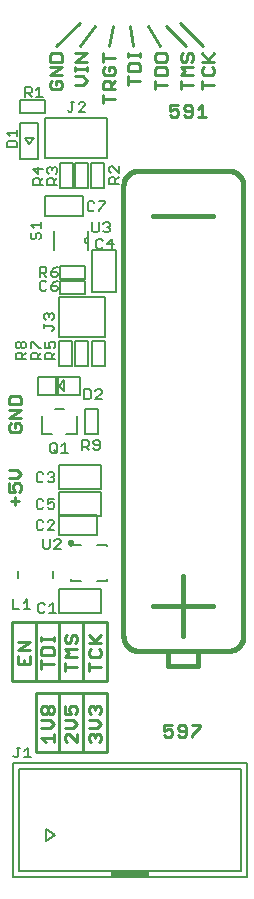
<source format=gto>
G75*
%MOIN*%
%OFA0B0*%
%FSLAX25Y25*%
%IPPOS*%
%LPD*%
%AMOC8*
5,1,8,0,0,1.08239X$1,22.5*
%
%ADD10C,0.00900*%
%ADD11C,0.00984*%
%ADD12C,0.00500*%
%ADD13R,0.12000X0.02000*%
%ADD14C,0.00700*%
%ADD15C,0.00600*%
%ADD16C,0.02227*%
%ADD17C,0.01600*%
%ADD18R,0.01250X0.06000*%
D10*
X0077195Y0123322D02*
X0081298Y0123322D01*
X0081298Y0126058D01*
X0081298Y0127926D02*
X0077195Y0127926D01*
X0081298Y0130662D01*
X0077195Y0130662D01*
X0077195Y0126058D02*
X0077195Y0123322D01*
X0079246Y0123322D02*
X0079246Y0124690D01*
X0085069Y0124523D02*
X0085069Y0121788D01*
X0085069Y0123156D02*
X0089172Y0123156D01*
X0089172Y0126392D02*
X0089172Y0128443D01*
X0088488Y0129127D01*
X0085752Y0129127D01*
X0085069Y0128443D01*
X0085069Y0126392D01*
X0089172Y0126392D01*
X0089172Y0130996D02*
X0089172Y0132363D01*
X0089172Y0131680D02*
X0085069Y0131680D01*
X0085069Y0132363D02*
X0085069Y0130996D01*
X0092943Y0130912D02*
X0093626Y0130228D01*
X0094310Y0130228D01*
X0094994Y0130912D01*
X0094994Y0132280D01*
X0095678Y0132964D01*
X0096362Y0132964D01*
X0097046Y0132280D01*
X0097046Y0130912D01*
X0096362Y0130228D01*
X0097046Y0128360D02*
X0092943Y0128360D01*
X0094310Y0126992D01*
X0092943Y0125624D01*
X0097046Y0125624D01*
X0097046Y0122388D02*
X0092943Y0122388D01*
X0092943Y0121020D02*
X0092943Y0123756D01*
X0092943Y0130912D02*
X0092943Y0132280D01*
X0093626Y0132964D01*
X0100817Y0132964D02*
X0103552Y0130228D01*
X0102868Y0130912D02*
X0104920Y0132964D01*
X0104920Y0130228D02*
X0100817Y0130228D01*
X0101500Y0128360D02*
X0100817Y0127676D01*
X0100817Y0126308D01*
X0101500Y0125624D01*
X0104236Y0125624D01*
X0104920Y0126308D01*
X0104920Y0127676D01*
X0104236Y0128360D01*
X0104920Y0122388D02*
X0100817Y0122388D01*
X0100817Y0121020D02*
X0100817Y0123756D01*
X0101500Y0109342D02*
X0102184Y0109342D01*
X0102868Y0108658D01*
X0103552Y0109342D01*
X0104236Y0109342D01*
X0104920Y0108658D01*
X0104920Y0107290D01*
X0104236Y0106606D01*
X0102868Y0107974D02*
X0102868Y0108658D01*
X0101500Y0109342D02*
X0100817Y0108658D01*
X0100817Y0107290D01*
X0101500Y0106606D01*
X0100817Y0104738D02*
X0103552Y0104738D01*
X0104920Y0103370D01*
X0103552Y0102002D01*
X0100817Y0102002D01*
X0101500Y0100134D02*
X0100817Y0099450D01*
X0100817Y0098082D01*
X0101500Y0097398D01*
X0102868Y0098766D02*
X0102868Y0099450D01*
X0103552Y0100134D01*
X0104236Y0100134D01*
X0104920Y0099450D01*
X0104920Y0098082D01*
X0104236Y0097398D01*
X0102868Y0099450D02*
X0102184Y0100134D01*
X0101500Y0100134D01*
X0097046Y0100134D02*
X0097046Y0097398D01*
X0094310Y0100134D01*
X0093626Y0100134D01*
X0092943Y0099450D01*
X0092943Y0098082D01*
X0093626Y0097398D01*
X0092943Y0102002D02*
X0095678Y0102002D01*
X0097046Y0103370D01*
X0095678Y0104738D01*
X0092943Y0104738D01*
X0092943Y0106606D02*
X0094994Y0106606D01*
X0094310Y0107974D01*
X0094310Y0108658D01*
X0094994Y0109342D01*
X0096362Y0109342D01*
X0097046Y0108658D01*
X0097046Y0107290D01*
X0096362Y0106606D01*
X0092943Y0106606D02*
X0092943Y0109342D01*
X0089172Y0108658D02*
X0089172Y0107290D01*
X0088488Y0106606D01*
X0087804Y0106606D01*
X0087120Y0107290D01*
X0087120Y0108658D01*
X0087804Y0109342D01*
X0088488Y0109342D01*
X0089172Y0108658D01*
X0087120Y0108658D02*
X0086436Y0109342D01*
X0085752Y0109342D01*
X0085069Y0108658D01*
X0085069Y0107290D01*
X0085752Y0106606D01*
X0086436Y0106606D01*
X0087120Y0107290D01*
X0087804Y0104738D02*
X0085069Y0104738D01*
X0085069Y0102002D02*
X0087804Y0102002D01*
X0089172Y0103370D01*
X0087804Y0104738D01*
X0089172Y0100134D02*
X0089172Y0097398D01*
X0089172Y0098766D02*
X0085069Y0098766D01*
X0086436Y0097398D01*
X0125958Y0099535D02*
X0126642Y0098852D01*
X0128010Y0098852D01*
X0128694Y0099535D01*
X0128694Y0100903D01*
X0128010Y0101587D01*
X0127326Y0101587D01*
X0125958Y0100903D01*
X0125958Y0102955D01*
X0128694Y0102955D01*
X0130562Y0102271D02*
X0130562Y0101587D01*
X0131246Y0100903D01*
X0133297Y0100903D01*
X0133297Y0099535D02*
X0133297Y0102271D01*
X0132614Y0102955D01*
X0131246Y0102955D01*
X0130562Y0102271D01*
X0130562Y0099535D02*
X0131246Y0098852D01*
X0132614Y0098852D01*
X0133297Y0099535D01*
X0135166Y0099535D02*
X0135166Y0098852D01*
X0135166Y0099535D02*
X0137901Y0102271D01*
X0137901Y0102955D01*
X0135166Y0102955D01*
X0077661Y0180759D02*
X0078345Y0181443D01*
X0078345Y0182810D01*
X0077661Y0183494D01*
X0076294Y0183494D01*
X0075610Y0182810D01*
X0075610Y0182126D01*
X0076294Y0180759D01*
X0074242Y0180759D01*
X0074242Y0183494D01*
X0074242Y0185363D02*
X0076977Y0185363D01*
X0078345Y0186730D01*
X0076977Y0188098D01*
X0074242Y0188098D01*
X0076294Y0178890D02*
X0076294Y0176155D01*
X0077661Y0177523D02*
X0074926Y0177523D01*
X0074926Y0200761D02*
X0077661Y0200761D01*
X0078345Y0201445D01*
X0078345Y0202813D01*
X0077661Y0203497D01*
X0076294Y0203497D01*
X0076294Y0202129D01*
X0074926Y0203497D02*
X0074242Y0202813D01*
X0074242Y0201445D01*
X0074926Y0200761D01*
X0074242Y0205365D02*
X0078345Y0208101D01*
X0074242Y0208101D01*
X0074242Y0209969D02*
X0074242Y0212021D01*
X0074926Y0212705D01*
X0077661Y0212705D01*
X0078345Y0212021D01*
X0078345Y0209969D01*
X0074242Y0209969D01*
X0074242Y0205365D02*
X0078345Y0205365D01*
X0128610Y0305544D02*
X0127926Y0306228D01*
X0128610Y0305544D02*
X0129978Y0305544D01*
X0130662Y0306228D01*
X0130662Y0307596D01*
X0129978Y0308280D01*
X0129294Y0308280D01*
X0127926Y0307596D01*
X0127926Y0309648D01*
X0130662Y0309648D01*
X0132530Y0308964D02*
X0132530Y0308280D01*
X0133214Y0307596D01*
X0135266Y0307596D01*
X0135266Y0306228D02*
X0135266Y0308964D01*
X0134582Y0309648D01*
X0133214Y0309648D01*
X0132530Y0308964D01*
X0132530Y0306228D02*
X0133214Y0305544D01*
X0134582Y0305544D01*
X0135266Y0306228D01*
X0137134Y0305544D02*
X0139870Y0305544D01*
X0138502Y0305544D02*
X0138502Y0309648D01*
X0137134Y0308280D01*
X0138612Y0314902D02*
X0138612Y0317638D01*
X0138612Y0316270D02*
X0142715Y0316270D01*
X0142031Y0319506D02*
X0139296Y0319506D01*
X0138612Y0320190D01*
X0138612Y0321558D01*
X0139296Y0322242D01*
X0138612Y0324110D02*
X0142715Y0324110D01*
X0141348Y0324110D02*
X0138612Y0326845D01*
X0140664Y0324794D02*
X0142715Y0326845D01*
X0142031Y0322242D02*
X0142715Y0321558D01*
X0142715Y0320190D01*
X0142031Y0319506D01*
X0135629Y0319506D02*
X0131525Y0319506D01*
X0132893Y0320874D01*
X0131525Y0322242D01*
X0135629Y0322242D01*
X0134945Y0324110D02*
X0135629Y0324794D01*
X0135629Y0326162D01*
X0134945Y0326845D01*
X0134261Y0326845D01*
X0133577Y0326162D01*
X0133577Y0324794D01*
X0132893Y0324110D01*
X0132209Y0324110D01*
X0131525Y0324794D01*
X0131525Y0326162D01*
X0132209Y0326845D01*
X0126967Y0326162D02*
X0126283Y0326845D01*
X0123548Y0326845D01*
X0122864Y0326162D01*
X0122864Y0324794D01*
X0123548Y0324110D01*
X0126283Y0324110D01*
X0126967Y0324794D01*
X0126967Y0326162D01*
X0126283Y0322242D02*
X0123548Y0322242D01*
X0122864Y0321558D01*
X0122864Y0319506D01*
X0126967Y0319506D01*
X0126967Y0321558D01*
X0126283Y0322242D01*
X0122864Y0317638D02*
X0122864Y0314902D01*
X0122864Y0316270D02*
X0126967Y0316270D01*
X0131525Y0316270D02*
X0135629Y0316270D01*
X0131525Y0314902D02*
X0131525Y0317638D01*
X0117912Y0317804D02*
X0113809Y0317804D01*
X0113809Y0316437D02*
X0113809Y0319172D01*
X0113809Y0321041D02*
X0113809Y0323092D01*
X0114493Y0323776D01*
X0117228Y0323776D01*
X0117912Y0323092D01*
X0117912Y0321041D01*
X0113809Y0321041D01*
X0113809Y0325644D02*
X0113809Y0327012D01*
X0113809Y0326328D02*
X0117912Y0326328D01*
X0117912Y0325644D02*
X0117912Y0327012D01*
X0109644Y0325478D02*
X0105541Y0325478D01*
X0105541Y0326845D02*
X0105541Y0324110D01*
X0106225Y0322242D02*
X0105541Y0321558D01*
X0105541Y0320190D01*
X0106225Y0319506D01*
X0108961Y0319506D01*
X0109644Y0320190D01*
X0109644Y0321558D01*
X0108961Y0322242D01*
X0107593Y0322242D01*
X0107593Y0320874D01*
X0107593Y0317638D02*
X0108277Y0316954D01*
X0108277Y0314902D01*
X0109644Y0314902D02*
X0105541Y0314902D01*
X0105541Y0316954D01*
X0106225Y0317638D01*
X0107593Y0317638D01*
X0108277Y0316270D02*
X0109644Y0317638D01*
X0109644Y0311666D02*
X0105541Y0311666D01*
X0105541Y0310298D02*
X0105541Y0313034D01*
X0100196Y0317804D02*
X0098828Y0319172D01*
X0096092Y0319172D01*
X0096092Y0321041D02*
X0096092Y0322408D01*
X0096092Y0321724D02*
X0100196Y0321724D01*
X0100196Y0321041D02*
X0100196Y0322408D01*
X0100196Y0324110D02*
X0096092Y0324110D01*
X0100196Y0326845D01*
X0096092Y0326845D01*
X0091928Y0326162D02*
X0091244Y0326845D01*
X0088508Y0326845D01*
X0087824Y0326162D01*
X0087824Y0324110D01*
X0091928Y0324110D01*
X0091928Y0326162D01*
X0091928Y0322242D02*
X0087824Y0322242D01*
X0087824Y0319506D02*
X0091928Y0322242D01*
X0091928Y0319506D02*
X0087824Y0319506D01*
X0088508Y0317638D02*
X0087824Y0316954D01*
X0087824Y0315586D01*
X0088508Y0314902D01*
X0091244Y0314902D01*
X0091928Y0315586D01*
X0091928Y0316954D01*
X0091244Y0317638D01*
X0089876Y0317638D01*
X0089876Y0316270D01*
X0096092Y0316437D02*
X0098828Y0316437D01*
X0100196Y0317804D01*
D11*
X0097949Y0329248D02*
X0102870Y0336138D01*
X0097949Y0337122D02*
X0090075Y0329248D01*
X0107594Y0329248D02*
X0108776Y0336138D01*
X0114681Y0336138D02*
X0115665Y0329248D01*
X0120587Y0336138D02*
X0124524Y0329248D01*
X0126492Y0336138D02*
X0133382Y0329248D01*
X0139091Y0329445D02*
X0131413Y0337122D01*
X0106807Y0137319D02*
X0098933Y0137319D01*
X0098933Y0117634D01*
X0091059Y0117634D01*
X0091059Y0137319D01*
X0098933Y0137319D01*
X0091059Y0137319D02*
X0083185Y0137319D01*
X0083185Y0117634D01*
X0075311Y0117634D01*
X0075311Y0137319D01*
X0083185Y0137319D01*
X0083185Y0117634D02*
X0091059Y0117634D01*
X0091059Y0113697D02*
X0091059Y0094012D01*
X0083185Y0094012D01*
X0083185Y0113697D01*
X0091059Y0113697D01*
X0098933Y0113697D01*
X0098933Y0094012D01*
X0091059Y0094012D01*
X0098933Y0094012D02*
X0106807Y0094012D01*
X0106807Y0113697D01*
X0098933Y0113697D01*
X0098933Y0117634D02*
X0106807Y0117634D01*
X0106807Y0137319D01*
D12*
X0108681Y0052374D02*
X0075681Y0052374D01*
X0075681Y0090374D01*
X0153681Y0090374D01*
X0153681Y0052374D01*
X0120681Y0052374D01*
X0120681Y0054374D01*
X0151681Y0054374D01*
X0151681Y0088374D01*
X0077681Y0088374D01*
X0077681Y0054374D01*
X0108681Y0054374D01*
X0108681Y0052374D01*
X0120681Y0052374D01*
X0120681Y0054374D02*
X0108681Y0054374D01*
X0089681Y0066374D02*
X0086681Y0068374D01*
X0086681Y0064374D01*
X0089681Y0066374D01*
X0090949Y0140209D02*
X0090949Y0148209D01*
X0104949Y0148209D01*
X0104949Y0140209D01*
X0090949Y0140209D01*
X0089091Y0151886D02*
X0089091Y0154248D01*
X0090990Y0166392D02*
X0090990Y0172892D01*
X0103490Y0172892D01*
X0103490Y0166392D01*
X0090990Y0166392D01*
X0090949Y0172689D02*
X0090949Y0180689D01*
X0104949Y0180689D01*
X0104949Y0172689D01*
X0090949Y0172689D01*
X0090949Y0181547D02*
X0090949Y0189547D01*
X0104949Y0189547D01*
X0104949Y0181547D01*
X0090949Y0181547D01*
X0088697Y0200114D02*
X0085154Y0200114D01*
X0085154Y0206020D01*
X0084059Y0213059D02*
X0084059Y0219059D01*
X0098059Y0219059D01*
X0098059Y0213059D01*
X0084059Y0213059D01*
X0089681Y0208185D02*
X0092437Y0208185D01*
X0096965Y0206020D02*
X0096965Y0200114D01*
X0093421Y0200114D01*
X0099686Y0200048D02*
X0104086Y0200048D01*
X0104086Y0208448D01*
X0099686Y0208448D01*
X0099686Y0200048D01*
X0092559Y0214184D02*
X0091059Y0216059D01*
X0092559Y0217934D01*
X0092559Y0214184D01*
X0090828Y0222489D02*
X0095228Y0222489D01*
X0095228Y0230889D01*
X0090828Y0230889D01*
X0090828Y0222489D01*
X0096339Y0222489D02*
X0096339Y0230889D01*
X0100739Y0230889D01*
X0100739Y0222489D01*
X0096339Y0222489D01*
X0090803Y0232201D02*
X0090803Y0245587D01*
X0106276Y0245587D01*
X0106276Y0232201D01*
X0090803Y0232201D01*
X0091190Y0246536D02*
X0091190Y0250936D01*
X0099590Y0250936D01*
X0099590Y0246536D01*
X0091190Y0246536D01*
X0091190Y0251654D02*
X0091190Y0256054D01*
X0099590Y0256054D01*
X0099590Y0251654D01*
X0091190Y0251654D01*
X0102020Y0247248D02*
X0102020Y0261248D01*
X0110020Y0261248D01*
X0110020Y0247248D01*
X0102020Y0247248D01*
X0101851Y0230889D02*
X0106251Y0230889D01*
X0106251Y0222489D01*
X0101851Y0222489D01*
X0101851Y0230889D01*
X0098884Y0272652D02*
X0086384Y0272652D01*
X0086384Y0279152D01*
X0098884Y0279152D01*
X0098884Y0272652D01*
X0100739Y0281938D02*
X0096339Y0281938D01*
X0096339Y0290338D01*
X0100739Y0290338D01*
X0100739Y0281938D01*
X0101457Y0281938D02*
X0105857Y0281938D01*
X0105857Y0290338D01*
X0101457Y0290338D01*
X0101457Y0281938D01*
X0106807Y0292043D02*
X0106807Y0305429D01*
X0086335Y0305429D01*
X0086335Y0292043D01*
X0106807Y0292043D01*
X0095621Y0290338D02*
X0095621Y0281938D01*
X0091221Y0281938D01*
X0091221Y0290338D01*
X0095621Y0290338D01*
X0086204Y0306969D02*
X0077804Y0306969D01*
X0077804Y0311369D01*
X0086204Y0311369D01*
X0086204Y0306969D01*
X0084020Y0303555D02*
X0078020Y0303555D01*
X0078020Y0291555D01*
X0084020Y0291555D01*
X0084020Y0303555D01*
X0082520Y0298555D02*
X0081020Y0296555D01*
X0079520Y0298555D01*
X0082520Y0298555D01*
X0077280Y0154248D02*
X0077280Y0151886D01*
D13*
X0114681Y0053374D03*
D14*
X0081603Y0092165D02*
X0079401Y0092165D01*
X0080502Y0092165D02*
X0080502Y0095468D01*
X0079401Y0094367D01*
X0077920Y0095468D02*
X0076819Y0095468D01*
X0077369Y0095468D02*
X0077369Y0092715D01*
X0076819Y0092165D01*
X0076269Y0092165D01*
X0075718Y0092715D01*
X0084593Y0140393D02*
X0085694Y0140393D01*
X0086245Y0140944D01*
X0087726Y0140393D02*
X0089928Y0140393D01*
X0088827Y0140393D02*
X0088827Y0143696D01*
X0087726Y0142595D01*
X0086245Y0143146D02*
X0085694Y0143696D01*
X0084593Y0143696D01*
X0084043Y0143146D01*
X0084043Y0140944D01*
X0084593Y0140393D01*
X0081349Y0141574D02*
X0079147Y0141574D01*
X0080248Y0141574D02*
X0080248Y0144877D01*
X0079147Y0143776D01*
X0077666Y0141574D02*
X0075464Y0141574D01*
X0075464Y0144877D01*
X0086168Y0161653D02*
X0087269Y0161653D01*
X0087819Y0162204D01*
X0087819Y0164956D01*
X0089301Y0164405D02*
X0089851Y0164956D01*
X0090952Y0164956D01*
X0091503Y0164405D01*
X0091503Y0163855D01*
X0089301Y0161653D01*
X0091503Y0161653D01*
X0086168Y0161653D02*
X0085618Y0162204D01*
X0085618Y0164956D01*
X0085104Y0167952D02*
X0085654Y0168503D01*
X0085104Y0167952D02*
X0084003Y0167952D01*
X0083452Y0168503D01*
X0083452Y0170705D01*
X0084003Y0171255D01*
X0085104Y0171255D01*
X0085654Y0170705D01*
X0087135Y0170705D02*
X0087686Y0171255D01*
X0088787Y0171255D01*
X0089337Y0170705D01*
X0089337Y0170154D01*
X0087135Y0167952D01*
X0089337Y0167952D01*
X0088787Y0175039D02*
X0087686Y0175039D01*
X0087135Y0175589D01*
X0087135Y0176690D02*
X0088236Y0177241D01*
X0088787Y0177241D01*
X0089337Y0176690D01*
X0089337Y0175589D01*
X0088787Y0175039D01*
X0087135Y0176690D02*
X0087135Y0178342D01*
X0089337Y0178342D01*
X0085654Y0177791D02*
X0085104Y0178342D01*
X0084003Y0178342D01*
X0083452Y0177791D01*
X0083452Y0175589D01*
X0084003Y0175039D01*
X0085104Y0175039D01*
X0085654Y0175589D01*
X0085104Y0183897D02*
X0085654Y0184448D01*
X0085104Y0183897D02*
X0084003Y0183897D01*
X0083452Y0184448D01*
X0083452Y0186650D01*
X0084003Y0187200D01*
X0085104Y0187200D01*
X0085654Y0186650D01*
X0087135Y0186650D02*
X0087686Y0187200D01*
X0088787Y0187200D01*
X0089337Y0186650D01*
X0089337Y0186099D01*
X0088787Y0185549D01*
X0089337Y0184998D01*
X0089337Y0184448D01*
X0088787Y0183897D01*
X0087686Y0183897D01*
X0087135Y0184448D01*
X0088236Y0185549D02*
X0088787Y0185549D01*
X0088625Y0193622D02*
X0088074Y0194172D01*
X0088074Y0196374D01*
X0088625Y0196924D01*
X0089726Y0196924D01*
X0090276Y0196374D01*
X0090276Y0194172D01*
X0089726Y0193622D01*
X0088625Y0193622D01*
X0089175Y0194723D02*
X0090276Y0193622D01*
X0091758Y0193622D02*
X0093959Y0193622D01*
X0092858Y0193622D02*
X0092858Y0196924D01*
X0091758Y0195824D01*
X0098704Y0195813D02*
X0100356Y0195813D01*
X0100906Y0196364D01*
X0100906Y0197465D01*
X0100356Y0198015D01*
X0098704Y0198015D01*
X0098704Y0194712D01*
X0099805Y0195813D02*
X0100906Y0194712D01*
X0102387Y0195263D02*
X0102938Y0194712D01*
X0104039Y0194712D01*
X0104589Y0195263D01*
X0104589Y0197465D01*
X0104039Y0198015D01*
X0102938Y0198015D01*
X0102387Y0197465D01*
X0102387Y0196914D01*
X0102938Y0196364D01*
X0104589Y0196364D01*
X0105223Y0211551D02*
X0103021Y0211551D01*
X0105223Y0213753D01*
X0105223Y0214303D01*
X0104673Y0214854D01*
X0103572Y0214854D01*
X0103021Y0214303D01*
X0101540Y0214303D02*
X0100990Y0214854D01*
X0099338Y0214854D01*
X0099338Y0211551D01*
X0100990Y0211551D01*
X0101540Y0212101D01*
X0101540Y0214303D01*
X0089678Y0224901D02*
X0086375Y0224901D01*
X0086375Y0226553D01*
X0086925Y0227103D01*
X0088026Y0227103D01*
X0088577Y0226553D01*
X0088577Y0224901D01*
X0088577Y0226002D02*
X0089678Y0227103D01*
X0089127Y0228584D02*
X0089678Y0229135D01*
X0089678Y0230236D01*
X0089127Y0230786D01*
X0088026Y0230786D01*
X0087476Y0230236D01*
X0087476Y0229685D01*
X0088026Y0228584D01*
X0086375Y0228584D01*
X0086375Y0230786D01*
X0084953Y0228584D02*
X0084403Y0228584D01*
X0082201Y0230786D01*
X0081650Y0230786D01*
X0081650Y0228584D01*
X0082201Y0227103D02*
X0083302Y0227103D01*
X0083852Y0226553D01*
X0083852Y0224901D01*
X0083852Y0226002D02*
X0084953Y0227103D01*
X0084953Y0224901D02*
X0081650Y0224901D01*
X0081650Y0226553D01*
X0082201Y0227103D01*
X0079835Y0227103D02*
X0078734Y0226002D01*
X0078734Y0226553D02*
X0078734Y0224901D01*
X0079835Y0224901D02*
X0076532Y0224901D01*
X0076532Y0226553D01*
X0077083Y0227103D01*
X0078184Y0227103D01*
X0078734Y0226553D01*
X0078734Y0228584D02*
X0078184Y0229135D01*
X0078184Y0230236D01*
X0078734Y0230786D01*
X0079285Y0230786D01*
X0079835Y0230236D01*
X0079835Y0229135D01*
X0079285Y0228584D01*
X0078734Y0228584D01*
X0078184Y0229135D02*
X0077633Y0228584D01*
X0077083Y0228584D01*
X0076532Y0229135D01*
X0076532Y0230236D01*
X0077083Y0230786D01*
X0077633Y0230786D01*
X0078184Y0230236D01*
X0085930Y0235443D02*
X0085930Y0236544D01*
X0085930Y0235994D02*
X0088682Y0235994D01*
X0089233Y0235443D01*
X0089233Y0234893D01*
X0088682Y0234342D01*
X0088682Y0238025D02*
X0089233Y0238576D01*
X0089233Y0239677D01*
X0088682Y0240227D01*
X0088132Y0240227D01*
X0087581Y0239677D01*
X0087581Y0239126D01*
X0087581Y0239677D02*
X0087031Y0240227D01*
X0086480Y0240227D01*
X0085930Y0239677D01*
X0085930Y0238576D01*
X0086480Y0238025D01*
X0086198Y0247756D02*
X0085097Y0247756D01*
X0084547Y0248306D01*
X0084547Y0250508D01*
X0085097Y0251058D01*
X0086198Y0251058D01*
X0086749Y0250508D01*
X0088230Y0249407D02*
X0089881Y0249407D01*
X0090432Y0248856D01*
X0090432Y0248306D01*
X0089881Y0247756D01*
X0088780Y0247756D01*
X0088230Y0248306D01*
X0088230Y0249407D01*
X0089331Y0250508D01*
X0090432Y0251058D01*
X0089881Y0252480D02*
X0088780Y0252480D01*
X0088230Y0253030D01*
X0088230Y0254131D01*
X0089881Y0254131D01*
X0090432Y0253581D01*
X0090432Y0253030D01*
X0089881Y0252480D01*
X0088230Y0254131D02*
X0089331Y0255232D01*
X0090432Y0255783D01*
X0086749Y0255232D02*
X0086749Y0254131D01*
X0086198Y0253581D01*
X0084547Y0253581D01*
X0085648Y0253581D02*
X0086749Y0252480D01*
X0084547Y0252480D02*
X0084547Y0255783D01*
X0086198Y0255783D01*
X0086749Y0255232D01*
X0086749Y0248306D02*
X0086198Y0247756D01*
X0084253Y0264834D02*
X0084804Y0265385D01*
X0084804Y0266486D01*
X0084253Y0267036D01*
X0083703Y0267036D01*
X0083152Y0266486D01*
X0083152Y0265385D01*
X0082602Y0264834D01*
X0082051Y0264834D01*
X0081501Y0265385D01*
X0081501Y0266486D01*
X0082051Y0267036D01*
X0082602Y0268517D02*
X0081501Y0269618D01*
X0084804Y0269618D01*
X0084804Y0268517D02*
X0084804Y0270719D01*
X0084553Y0283059D02*
X0084553Y0284710D01*
X0084003Y0285260D01*
X0082902Y0285260D01*
X0082351Y0284710D01*
X0082351Y0283059D01*
X0085654Y0283059D01*
X0087076Y0283059D02*
X0087076Y0284710D01*
X0087626Y0285260D01*
X0088727Y0285260D01*
X0089277Y0284710D01*
X0089277Y0283059D01*
X0089277Y0284159D02*
X0090378Y0285260D01*
X0089828Y0286742D02*
X0090378Y0287292D01*
X0090378Y0288393D01*
X0089828Y0288944D01*
X0089277Y0288944D01*
X0088727Y0288393D01*
X0088727Y0287843D01*
X0088727Y0288393D02*
X0088176Y0288944D01*
X0087626Y0288944D01*
X0087076Y0288393D01*
X0087076Y0287292D01*
X0087626Y0286742D01*
X0085654Y0285260D02*
X0084553Y0284159D01*
X0084003Y0286742D02*
X0082351Y0288393D01*
X0085654Y0288393D01*
X0084003Y0288944D02*
X0084003Y0286742D01*
X0087076Y0283059D02*
X0090378Y0283059D01*
X0100476Y0276992D02*
X0100476Y0274790D01*
X0101026Y0274240D01*
X0102127Y0274240D01*
X0102678Y0274790D01*
X0104159Y0274790D02*
X0104159Y0274240D01*
X0104159Y0274790D02*
X0106361Y0276992D01*
X0106361Y0277543D01*
X0104159Y0277543D01*
X0102678Y0276992D02*
X0102127Y0277543D01*
X0101026Y0277543D01*
X0100476Y0276992D01*
X0102019Y0270525D02*
X0102019Y0267773D01*
X0102570Y0267222D01*
X0103671Y0267222D01*
X0104221Y0267773D01*
X0104221Y0270525D01*
X0105702Y0269975D02*
X0106253Y0270525D01*
X0107354Y0270525D01*
X0107904Y0269975D01*
X0107904Y0269424D01*
X0107354Y0268874D01*
X0107904Y0268323D01*
X0107904Y0267773D01*
X0107354Y0267222D01*
X0106253Y0267222D01*
X0105702Y0267773D01*
X0106803Y0268874D02*
X0107354Y0268874D01*
X0108566Y0264944D02*
X0106915Y0263293D01*
X0109117Y0263293D01*
X0108566Y0264944D02*
X0108566Y0261641D01*
X0105434Y0262192D02*
X0104883Y0261641D01*
X0103782Y0261641D01*
X0103232Y0262192D01*
X0103232Y0264394D01*
X0103782Y0264944D01*
X0104883Y0264944D01*
X0105434Y0264394D01*
X0107548Y0283452D02*
X0107548Y0285104D01*
X0108098Y0285654D01*
X0109199Y0285654D01*
X0109750Y0285104D01*
X0109750Y0283452D01*
X0110851Y0283452D02*
X0107548Y0283452D01*
X0109750Y0284553D02*
X0110851Y0285654D01*
X0110851Y0287135D02*
X0108649Y0289337D01*
X0108098Y0289337D01*
X0107548Y0288787D01*
X0107548Y0287686D01*
X0108098Y0287135D01*
X0110851Y0287135D02*
X0110851Y0289337D01*
X0099656Y0307354D02*
X0097454Y0307354D01*
X0099656Y0309556D01*
X0099656Y0310106D01*
X0099106Y0310657D01*
X0098005Y0310657D01*
X0097454Y0310106D01*
X0095973Y0310657D02*
X0094872Y0310657D01*
X0095423Y0310657D02*
X0095423Y0307904D01*
X0094872Y0307354D01*
X0094322Y0307354D01*
X0093771Y0307904D01*
X0085483Y0312441D02*
X0083281Y0312441D01*
X0084382Y0312441D02*
X0084382Y0315743D01*
X0083281Y0314642D01*
X0081800Y0314092D02*
X0081249Y0313541D01*
X0079598Y0313541D01*
X0079598Y0312441D02*
X0079598Y0315743D01*
X0081249Y0315743D01*
X0081800Y0315193D01*
X0081800Y0314092D01*
X0080699Y0313541D02*
X0081800Y0312441D01*
X0076930Y0301428D02*
X0076930Y0299226D01*
X0076930Y0300327D02*
X0073627Y0300327D01*
X0074728Y0299226D01*
X0074177Y0297745D02*
X0073627Y0297194D01*
X0073627Y0295543D01*
X0076930Y0295543D01*
X0076930Y0297194D01*
X0076379Y0297745D01*
X0074177Y0297745D01*
D15*
X0089398Y0267559D02*
X0089398Y0261409D01*
X0100598Y0261409D02*
X0100598Y0267559D01*
X0100496Y0265484D02*
X0100434Y0265482D01*
X0100373Y0265476D01*
X0100312Y0265467D01*
X0100252Y0265454D01*
X0100193Y0265437D01*
X0100135Y0265416D01*
X0100078Y0265392D01*
X0100023Y0265365D01*
X0099970Y0265334D01*
X0099918Y0265300D01*
X0099869Y0265263D01*
X0099822Y0265223D01*
X0099778Y0265180D01*
X0099737Y0265135D01*
X0099698Y0265087D01*
X0099662Y0265036D01*
X0099630Y0264984D01*
X0099601Y0264930D01*
X0099575Y0264874D01*
X0099553Y0264816D01*
X0099534Y0264758D01*
X0099519Y0264698D01*
X0099508Y0264637D01*
X0099500Y0264576D01*
X0099496Y0264515D01*
X0099496Y0264453D01*
X0099500Y0264392D01*
X0099508Y0264331D01*
X0099519Y0264270D01*
X0099534Y0264210D01*
X0099553Y0264152D01*
X0099575Y0264094D01*
X0099601Y0264038D01*
X0099630Y0263984D01*
X0099662Y0263932D01*
X0099698Y0263881D01*
X0099737Y0263833D01*
X0099778Y0263788D01*
X0099822Y0263745D01*
X0099869Y0263705D01*
X0099918Y0263668D01*
X0099970Y0263634D01*
X0100023Y0263603D01*
X0100078Y0263576D01*
X0100135Y0263552D01*
X0100193Y0263531D01*
X0100252Y0263514D01*
X0100312Y0263501D01*
X0100373Y0263492D01*
X0100434Y0263486D01*
X0100496Y0263484D01*
X0098343Y0162909D02*
X0094996Y0162909D01*
X0094996Y0162516D01*
X0094996Y0151492D02*
X0094996Y0151098D01*
X0098343Y0151098D01*
X0103461Y0151098D02*
X0106807Y0151098D01*
X0106807Y0151492D01*
X0106807Y0162516D02*
X0106807Y0162909D01*
X0103461Y0162909D01*
D16*
X0094996Y0163697D03*
D17*
X0112398Y0132713D02*
X0112398Y0282713D01*
X0112400Y0282853D01*
X0112406Y0282993D01*
X0112416Y0283133D01*
X0112429Y0283273D01*
X0112447Y0283412D01*
X0112469Y0283551D01*
X0112494Y0283688D01*
X0112523Y0283826D01*
X0112556Y0283962D01*
X0112593Y0284097D01*
X0112634Y0284231D01*
X0112679Y0284364D01*
X0112727Y0284496D01*
X0112779Y0284626D01*
X0112834Y0284755D01*
X0112893Y0284882D01*
X0112956Y0285008D01*
X0113022Y0285132D01*
X0113091Y0285253D01*
X0113164Y0285373D01*
X0113241Y0285491D01*
X0113320Y0285606D01*
X0113403Y0285720D01*
X0113489Y0285830D01*
X0113578Y0285939D01*
X0113670Y0286045D01*
X0113765Y0286148D01*
X0113862Y0286249D01*
X0113963Y0286346D01*
X0114066Y0286441D01*
X0114172Y0286533D01*
X0114281Y0286622D01*
X0114391Y0286708D01*
X0114505Y0286791D01*
X0114620Y0286870D01*
X0114738Y0286947D01*
X0114858Y0287020D01*
X0114979Y0287089D01*
X0115103Y0287155D01*
X0115229Y0287218D01*
X0115356Y0287277D01*
X0115485Y0287332D01*
X0115615Y0287384D01*
X0115747Y0287432D01*
X0115880Y0287477D01*
X0116014Y0287518D01*
X0116149Y0287555D01*
X0116285Y0287588D01*
X0116423Y0287617D01*
X0116560Y0287642D01*
X0116699Y0287664D01*
X0116838Y0287682D01*
X0116978Y0287695D01*
X0117118Y0287705D01*
X0117258Y0287711D01*
X0117398Y0287713D01*
X0147398Y0287713D01*
X0147538Y0287711D01*
X0147678Y0287705D01*
X0147818Y0287695D01*
X0147958Y0287682D01*
X0148097Y0287664D01*
X0148236Y0287642D01*
X0148373Y0287617D01*
X0148511Y0287588D01*
X0148647Y0287555D01*
X0148782Y0287518D01*
X0148916Y0287477D01*
X0149049Y0287432D01*
X0149181Y0287384D01*
X0149311Y0287332D01*
X0149440Y0287277D01*
X0149567Y0287218D01*
X0149693Y0287155D01*
X0149817Y0287089D01*
X0149938Y0287020D01*
X0150058Y0286947D01*
X0150176Y0286870D01*
X0150291Y0286791D01*
X0150405Y0286708D01*
X0150515Y0286622D01*
X0150624Y0286533D01*
X0150730Y0286441D01*
X0150833Y0286346D01*
X0150934Y0286249D01*
X0151031Y0286148D01*
X0151126Y0286045D01*
X0151218Y0285939D01*
X0151307Y0285830D01*
X0151393Y0285720D01*
X0151476Y0285606D01*
X0151555Y0285491D01*
X0151632Y0285373D01*
X0151705Y0285253D01*
X0151774Y0285132D01*
X0151840Y0285008D01*
X0151903Y0284882D01*
X0151962Y0284755D01*
X0152017Y0284626D01*
X0152069Y0284496D01*
X0152117Y0284364D01*
X0152162Y0284231D01*
X0152203Y0284097D01*
X0152240Y0283962D01*
X0152273Y0283826D01*
X0152302Y0283688D01*
X0152327Y0283551D01*
X0152349Y0283412D01*
X0152367Y0283273D01*
X0152380Y0283133D01*
X0152390Y0282993D01*
X0152396Y0282853D01*
X0152398Y0282713D01*
X0152398Y0132713D01*
X0152396Y0132573D01*
X0152390Y0132433D01*
X0152380Y0132293D01*
X0152367Y0132153D01*
X0152349Y0132014D01*
X0152327Y0131875D01*
X0152302Y0131738D01*
X0152273Y0131600D01*
X0152240Y0131464D01*
X0152203Y0131329D01*
X0152162Y0131195D01*
X0152117Y0131062D01*
X0152069Y0130930D01*
X0152017Y0130800D01*
X0151962Y0130671D01*
X0151903Y0130544D01*
X0151840Y0130418D01*
X0151774Y0130294D01*
X0151705Y0130173D01*
X0151632Y0130053D01*
X0151555Y0129935D01*
X0151476Y0129820D01*
X0151393Y0129706D01*
X0151307Y0129596D01*
X0151218Y0129487D01*
X0151126Y0129381D01*
X0151031Y0129278D01*
X0150934Y0129177D01*
X0150833Y0129080D01*
X0150730Y0128985D01*
X0150624Y0128893D01*
X0150515Y0128804D01*
X0150405Y0128718D01*
X0150291Y0128635D01*
X0150176Y0128556D01*
X0150058Y0128479D01*
X0149938Y0128406D01*
X0149817Y0128337D01*
X0149693Y0128271D01*
X0149567Y0128208D01*
X0149440Y0128149D01*
X0149311Y0128094D01*
X0149181Y0128042D01*
X0149049Y0127994D01*
X0148916Y0127949D01*
X0148782Y0127908D01*
X0148647Y0127871D01*
X0148511Y0127838D01*
X0148373Y0127809D01*
X0148236Y0127784D01*
X0148097Y0127762D01*
X0147958Y0127744D01*
X0147818Y0127731D01*
X0147678Y0127721D01*
X0147538Y0127715D01*
X0147398Y0127713D01*
X0137398Y0127713D01*
X0137398Y0122713D01*
X0127398Y0122713D01*
X0127398Y0127713D01*
X0137398Y0127713D01*
X0132398Y0132713D02*
X0132398Y0152713D01*
X0142398Y0142713D02*
X0122398Y0142713D01*
X0112398Y0132713D02*
X0112400Y0132573D01*
X0112406Y0132433D01*
X0112416Y0132293D01*
X0112429Y0132153D01*
X0112447Y0132014D01*
X0112469Y0131875D01*
X0112494Y0131738D01*
X0112523Y0131600D01*
X0112556Y0131464D01*
X0112593Y0131329D01*
X0112634Y0131195D01*
X0112679Y0131062D01*
X0112727Y0130930D01*
X0112779Y0130800D01*
X0112834Y0130671D01*
X0112893Y0130544D01*
X0112956Y0130418D01*
X0113022Y0130294D01*
X0113091Y0130173D01*
X0113164Y0130053D01*
X0113241Y0129935D01*
X0113320Y0129820D01*
X0113403Y0129706D01*
X0113489Y0129596D01*
X0113578Y0129487D01*
X0113670Y0129381D01*
X0113765Y0129278D01*
X0113862Y0129177D01*
X0113963Y0129080D01*
X0114066Y0128985D01*
X0114172Y0128893D01*
X0114281Y0128804D01*
X0114391Y0128718D01*
X0114505Y0128635D01*
X0114620Y0128556D01*
X0114738Y0128479D01*
X0114858Y0128406D01*
X0114979Y0128337D01*
X0115103Y0128271D01*
X0115229Y0128208D01*
X0115356Y0128149D01*
X0115485Y0128094D01*
X0115615Y0128042D01*
X0115747Y0127994D01*
X0115880Y0127949D01*
X0116014Y0127908D01*
X0116149Y0127871D01*
X0116285Y0127838D01*
X0116423Y0127809D01*
X0116560Y0127784D01*
X0116699Y0127762D01*
X0116838Y0127744D01*
X0116978Y0127731D01*
X0117118Y0127721D01*
X0117258Y0127715D01*
X0117398Y0127713D01*
X0127398Y0127713D01*
X0122398Y0272713D02*
X0142398Y0272713D01*
D18*
X0090184Y0216059D03*
M02*

</source>
